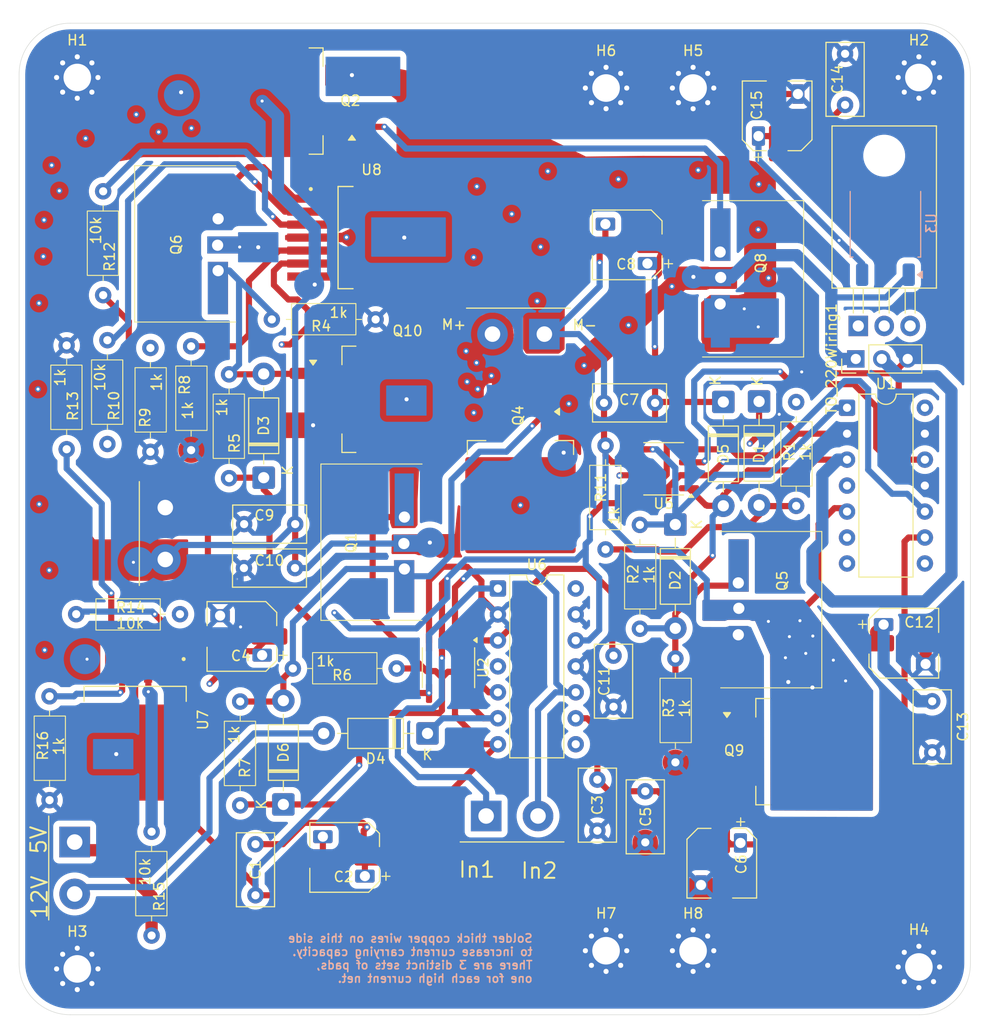
<source format=kicad_pcb>
(kicad_pcb (version 20241229) (generator "pcbnew") (generator_version "9.0")
  (layers (0 "F.Cu" signal) (4 "In1.Cu" signal) (6 "In2.Cu" signal) (2 "B.Cu" signal) (13 "F.Paste" user) (15 "B.Paste" user) (5 "F.SilkS" user "F.Silkscreen") (7 "B.SilkS" user "B.Silkscreen") (1 "F.Mask" user) (3 "B.Mask" user) (25 "Edge.Cuts" user))
  (net 0 "")
  (net 1 "Net-(D5-K)")
  (net 2 "Net-(J2-Pin_1)")
  (net 3 "Net-(D1-K)")
  (net 5 "Net-(D1-A)")
  (net 7 "Net-(D2-K)")
  (net 9 "Net-(D2-A)")
  (net 13 "Net-(D3-A)")
  (net 14 "Net-(D3-K)")
  (net 15 "Net-(J2-Pin_2)")
  (net 16 "Net-(D4-K)")
  (net 17 "Net-(D6-A)")
  (net 18 "Net-(D6-K)")
  (net 19 "5V")
  (net 20 "12V")
  (net 21 "Net-(J3-Pin_2)")
  (net 22 "Net-(J3-Pin_1)")
  (net 23 "Net-(U8-SR)")
  (net 24 "Net-(U8-IS)")
  (net 25 "Net-(U8-IN)")
  (net 26 "Net-(U8-INH)")
  (net 27 "Net-(U7-IS)")
  (net 28 "Net-(U7-IN)")
  (net 29 "Net-(U7-INH)")
  (net 30 "Net-(U7-SR)")
  (net 31 "GND")
  (net 32 "VDC")
  (footprint "MountingHole:MountingHole_2.7mm_M2.5_Pad_Via" (layer "F.Cu") (at 80.95 29.52)
    (property "Reference" "H6")
    (property "Value" "MountingHole_Pad")
  )
  (footprint "TO220:TerminalBlock_CLEAN_2PIN" (layer "F.Cu") (at 69.21 100.755)
    (property "Reference" "J3" (hide yes))
    (property "Value" "Screw_Terminal_01x02")
  )
  (footprint "Package_TO_SOT_THT:TO-220-3_Horizontal_TabDown" (layer "F.Cu") (at 105.64 52.8)
    (property "Reference" "AMS11173V3" (hide yes))
    (property "Value" "LM317T")
  )
  (footprint "TO220:R_Axial_Clean" (layer "F.Cu") (at 80.9 64.51 -90)
    (property "Reference" "R11" (hide yes))
    (property "Value" "1k" (hide yes))
  )
  (footprint "TO220:R_Axial_Clean" (layer "F.Cu") (at 45.1354 89.555 -90)
    (property "Reference" "R7" (hide yes))
    (property "Value" "1k" (hide yes))
  )
  (footprint "Capacitor_THT:C_Rect_L7.0mm_W3.5mm_P5.00mm" (layer "F.Cu") (at 85.75 60.33 180)
    (property "Reference" "C7")
    (property "Value" "100n")
  )
  (footprint "Capacitor_THT:C_Rect_L7.0mm_W3.5mm_P5.00mm" (layer "F.Cu") (at 104.35 31.17 90)
    (property "Reference" "C14")
    (property "Value" "100n")
  )
  (footprint "TO220:R_Axial_Clean" (layer "F.Cu") (at 84.2646 82.43 90)
    (property "Reference" "R2" (hide yes))
    (property "Value" "1k" (hide yes))
  )
  (footprint "termocuplu:IC_BTN7960B" (layer "F.Cu") (at 57.82 44.155)
    (property "Reference" "U8")
    (property "Value" "BTN7960B")
  )
  (footprint "Package_SO:SOIC-8_3.9x4.9mm_P1.27mm" (layer "F.Cu") (at 65.525 86.245 -90)
    (property "Reference" "U2")
    (property "Value" "LM5109MA")
  )
  (footprint "TO220:R_Axial_Clean" (layer "F.Cu") (at 29.08 81.005)
    (property "Reference" "R14" (hide yes))
    (property "Value" "10k" (hide yes))
  )
  (footprint "termocuplu:CP_Elec_6.3x3.9_COMPOSITE" (layer "F.Cu") (at 110.1 83.85)
    (property "Reference" "C12")
    (property "Value" "10u")
  )
  (footprint "TO220:TerminalBlock_CLEAN_2PIN" (layer "F.Cu") (at 74.91 53.6 180)
    (property "Reference" "J2" (hide yes))
    (property "Value" "Screw_Terminal_01x02")
  )
  (footprint "TO220:R_Axial_Clean" (layer "F.Cu") (at 40.33 64.955 90)
    (property "Reference" "R8" (hide yes))
    (property "Value" "1k" (hide yes))
  )
  (footprint "MountingHole:MountingHole_2.7mm_M2.5_Pad_Via" (layer "F.Cu") (at 29.185 28.49)
    (property "Reference" "H1")
    (property "Value" "MountingHole_Pad")
  )
  (footprint "MountingHole:MountingHole_2.7mm_M2.5_Pad_Via" (layer "F.Cu") (at 80.95 113.94)
    (property "Reference" "H7")
    (property "Value" "MountingHole_Pad")
  )
  (footprint "termocuplu:IC_BTN7960B" (layer "F.Cu") (at 34.85 91.175 -90)
    (property "Reference" "U7")
    (property "Value" "BTN7960B")
  )
  (footprint "termocuplu:CP_Elec_6.3x3.9_COMPOSITE" (layer "F.Cu") (at 97.7 32.24 90)
    (property "Reference" "C15")
    (property "Value" "10u")
  )
  (footprint "TO220:TerminalBlock_CLEAN_2PIN" (layer "F.Cu") (at 28.93 103.305 -90)
    (property "Reference" "J5" (hide yes))
    (property "Value" "Screw_Terminal_01x02")
  )
  (footprint "Diode_THT:D_DO-41_SOD81_P10.16mm_Horizontal" (layer "F.Cu") (at 95.93 60.19 -90)
    (property "Reference" "D1")
    (property "Value" "1N4002" (hide yes))
  )
  (footprint "Package_TO_SOT_SMD:TO-263-2" (layer "F.Cu") (at 59.92 59.98)
    (property "Reference" "Q10")
    (property "Value" "QM6006D")
  )
  (footprint "MountingHole:MountingHole_2.7mm_M2.5_Pad_Via" (layer "F.Cu") (at 89.47 113.94)
    (property "Reference" "H8")
    (property "Value" "MountingHole_Pad")
  )
  (footprint "Capacitor_THT:C_Rect_L7.0mm_W3.5mm_P5.00mm" (layer "F.Cu") (at 50.5 76.495 180)
    (property "Reference" "C10")
    (property "Value" "100n")
  )
  (footprint "MountingHole:MountingHole_2.7mm_M2.5_Pad_Via" (layer "F.Cu") (at 29.185 115.718109)
    (property "Reference" "H3")
    (property "Value" "MountingHole_Pad")
  )
  (footprint "TO220:R_Axial_Clean" (layer "F.Cu") (at 31.72 39.625 -90)
    (property "Reference" "R12" (hide yes))
    (property "Value" "10k" (hide yes))
  )
  (footprint "TO220:R_Axial_Clean" (layer "F.Cu") (at 36.46 102.295 -90)
    (property "Reference" "R15" (hide yes))
    (property "Value" "10k" (hide yes))
  )
  (footprint "Capacitor_THT:C_Rect_L7.0mm_W3.5mm_P5.00mm" (layer "F.Cu") (at 81.68 85.065 -90)
    (property "Reference" "C11")
    (property "Value" "100n")
  )
  (footprint "Package_SO:SOIC-8_3.9x4.9mm_P1.27mm" (layer "F.Cu") (at 86.59 66.78 180)
    (property "Reference" "U5")
    (property "Value" "LM5109MA")
  )
  (footprint "Capacitor_THT:C_Rect_L7.0mm_W3.5mm_P5.00mm" (layer "F.Cu") (at 80.1 97.195 -90)
    (property "Reference" "C3")
    (property "Value" "100n")
  )
  (footprint "TO220:R_Axial_Clean" (layer "F.Cu") (at 99.5646 70.41 90)
    (property "Reference" "R1" (hide yes))
    (property "Value" "1k" (hide yes))
  )
  (footprint "Diode_THT:D_DO-41_SOD81_P10.16mm_Horizontal" (layer "F.Cu") (at 63.47 92.675 180)
    (property "Reference" "D4")
    (property "Value" "1N4002")
  )
  (footprint "Capacitor_THT:C_Rect_L7.0mm_W3.5mm_P5.00mm" (layer "F.Cu") (at 84.79 98.335 -90)
    (property "Reference" "C5")
    (property "Value" "100n")
  )
  (footprint "termocuplu:CP_Elec_6.3x3.9_COMPOSITE" (layer "F.Cu") (at 55.36 104.81 180)
    (property "Reference" "C2")
    (property "Value" "10u")
  )
  (footprint "TO220:TO-220-3_EXTENDED2" (layer "F.Cu") (at 92.1168 45.5688 -90)
    (property "Reference" "Q8")
    (property "Value" "IRLIZ44N" (hide yes))
  )
  (footprint "Package_TO_SOT_SMD:TO-263-2" (layer "F.Cu") (at 48.42 30.795 180)
    (property "Reference" "Q2")
    (property "Value" "QM6006D")
  )
  (footprint "Diode_THT:D_DO-41_SOD81_P10.16mm_Horizontal" (layer "F.Cu") (at 47.435 67.65 90)
    (property "Reference" "D3")
    (property "Value" "1N4002" (hide yes))
  )
  (footprint "TO220:R_Axial_Clean" (layer "F.Cu") (at 32.1354 54.195 -90)
    (property "Reference" "R10" (hide yes))
    (property "Value" "10k" (hide yes))
  )
  (footprint "Capacitor_THT:C_Rect_L7.0mm_W3.5mm_P5.00mm" (layer "F.Cu") (at 112.88 89.53 -90)
    (property "Reference" "C13")
    (property "Value" "100n")
  )
  (footprint "TO220:R_Axial_Clean" (layer "F.Cu") (at 36.3446 65.115 90)
    (property "Reference" "R9" (hide yes))
    (property "Value" "1k" (hide yes))
  )
  (footprint "TO220:TO-220-3_EXTENDED2" (layer "F.Cu") (at 42.9732 47.3912 90)
    (property "Reference" "Q6")
    (property "Value" "IRLIZ44N" (hide yes))
  )
  (footprint "termocuplu:CP_Elec_6.3x3.9_COMPOSITE" (layer "F.Cu") (at 92.28 105.375 -90)
    (property "Reference" "C6")
    (property "Value" "10u")
  )
  (footprint "Capacitor_THT:C_Rect_L7.0mm_W3.5mm_P5.00mm" (layer "F.Cu") (at 50.52 72.195 180)
    (property "Reference" "C9")
    (property "Value" "100n")
  )
  (footprint "TO220:R_Axial_Clean" (layer "F.Cu") (at 58.39 52.165 180)
    (property "Reference" "R4" (hide yes))
    (property "Value" "1k" (hide yes))
  )
  (footprint "MountingHole:MountingHole_2.7mm_M2.5_Pad_Via" (layer "F.Cu") (at 111.575 115.53)
    (property "Reference" "H4")
    (property "Value" "MountingHole_Pad")
  )
  (footprint "Connector_PinHeader_2.54mm:PinHeader_1x03_P2.54mm_Vertical" (layer "F.Cu") (at 105.4 56.03 90)
    (property "Reference" "TO_220Wiring1")
    (property "Value" "Conn_01x03_Socket")
  )
  (footprint "Package_DIP:DIP-14_W7.62mm" (layer "F.Cu") (at 70.36 78.495)
    (property "Reference" "U6")
    (property "Value" "IR2110")
  )
  (footprint "MountingHole:MountingHole_2.7mm_M2.5_Pad_Via" (layer "F.Cu") (at 89.47 29.52)
    (property "Reference" "H5")
    (property "Value" "MountingHole_Pad")
  )
  (footprint "Package_TO_SOT_SMD:TO-263-2" (layer "F.Cu") (at 100.435 94.46)
    (property "Reference" "Q9")
    (property "Value" "QM6006D")
  )
  (footprint "TO220:TO-220-3_EXTENDED2" (layer "F.Cu") (at 93.8968 77.9438 -90)
    (property "Reference" "Q5")
    (property "Value" "IRLIZ44N" (hide yes))
  )
  (footprint "Diode_THT:D_DO-41_SOD81_P10.16mm_Horizontal" (layer "F.Cu") (at 92.43 60.24 -90)
    (property "Reference" "D5")
    (property "Value" "1N4002")
  )
  (footprint "TO220:R_Axial_Clean" (layer "F.Cu") (at 87.74 95.505 90)
    (property "Reference" "R3" (hide yes))
    (property "Value" "1k" (hide yes))
  )
  (footprint "TO220:R_Axial_Clean" (layer "F.Cu") (at 60.45 86.3204 180)
    (property "Reference" "R6" (hide yes))
    (property "Value" "1k" (hide yes))
  )
  (footprint "TO220:TO-220-3_EXTENDED2" (layer "F.Cu") (at 61.21 76.585 90)
    (property "Reference" "Q1")
    (property "Value" "IRLIZ44N" (hide yes))
  )
  (footprint "MountingHole:MountingHole_2.7mm_M2.5_Pad_Via" (layer "F.Cu") (at 111.575 28.49)
    (property "Reference" "H2")
    (property "Value" "MountingHole_Pad")
  )
  (footprint "termocuplu:CP_Elec_6.3x3.9_COMPOSITE" (layer "F.Cu") (at 45.3 83.185 180)
    (property "Reference" "C4")
    (property "Value" "10u")
  )
  (footprint "TO220:TerminalBlock_CLEAN_2PIN" (layer "F.Cu") (at 37.8 70.575 -90)
    (property "Reference" "J1" (hide yes))
    (property "Value" "Screw_Terminal_01x02")
  )
  (footprint "Diode_THT:D_DO-41_SOD81_P10.16mm_Horizontal" (layer "F.Cu") (at 49.36 99.625 90)
    (property "Reference" "D6")
    (property "Value" "1N4002")
  )
  (footprint "TO220:R_Axial_Clean" (layer "F.Cu") (at 26.47 99.205 90)
    (property "Reference" "R16" (hide yes))
    (property "Value" "1k" (hide yes))
  )
  (footprint "TO220:R_Axial_Clean" (layer "F.Cu") (at 44.0454 57.535 -90)
    (property "Reference" "R5" (hide yes))
    (property "Value" "1k" (hide yes))
  )
  (footprint "Capacitor_THT:C_Rect_L7.0mm_W3.5mm_P5.00mm" (layer "F.Cu") (at 46.63 103.515 -90)
    (property "Reference" "C1")
    (property "Value" "100n")
  )
  (footprint "Package_TO_SOT_SMD:TO-263-2" (layer "F.Cu") (at 72.57 68.84 -90)
    (property "Reference" "Q4")
    (property "Value" "QM6006D")
  )
  (footprint "Diode_THT:D_DO-41_SOD81_P10.16mm_Horizontal" (layer "F.Cu") (at 87.73 72.23 -90)
    (property "Reference" "D2")
    (property "Value" "1N4002" (hide yes))
  )
  (footprint "Package_DIP:DIP-14_W7.62mm" (layer "F.Cu") (at 104.54 60.805)
    (property "Reference" "U1")
    (property "Value" "IR2110")
  )
  (footprint "TO220:R_Axial_Clean" (layer "F.Cu") (at 28.1454 54.705 -90)
    (property "Reference" "R13" (hide yes))
    (property "Value" "1k" (hide yes))
  )
  (footprint "termocuplu:CP_Elec_6.3x3.9_COMPOSITE" (layer "F.Cu") (at 83.02 44.865 180)
    (property "Reference" "C8")
    (property "Value" "10u")
  )
  (footprint "Package_TO_SOT_SMD:TO-252-2" (layer "B.Cu") (at 108.3 42.75 90)
    (property "Reference" "U3")
    (property "Value" "LM78M12_TO252")
  )
  (gr_rect (start 53.57 26.53) (end 60.73 30.23) (stroke (width 0.1524)) (fill yes) (layer "B.Cu") (net 2))
  (gr_circle (center 51.89 48.76) (end 52.59 49.96) (stroke (width 0.1524)) (fill yes) (layer "B.Cu") (net 32))
  (gr_rect (start 97.57 86.33) (end 104.73 90.03) (stroke (width 0.1524)) (fill yes) (layer "B.Cu") (net 2))
  (gr_poly (pts (xy 45 43.7) (xy 45 46.5) (xy 48.8 46.5) (xy 48.8 43.7)) (stroke (width 0.1524)) (fill yes) (layer "B.Cu") (net 15))
  (gr_circle (center 39.13 30.22) (end 39.83 31.42) (stroke (width 0.1524)) (fill yes) (layer "B.Cu") (net 32))
  (gr_rect (start 58.03 42.25) (end 65.19 45.95) (stroke (width 0.1524)) (fill yes) (layer "B.Cu") (net 2))
  (gr_poly (pts (xy 30.8 93.3) (xy 30.8 96.1) (xy 34.6 96.1) (xy 34.6 93.3)) (stroke (width 0.1524)) (fill yes) (layer "B.Cu") (net 15))
  (gr_circle (center 89.5 48) (end 89.97 48.95) (stroke (width 0.1524)) (fill yes) (layer "B.Cu") (net 32))
  (gr_circle (center 35.2 75.9) (end 35.9 77.1) (stroke (width 0.1524)) (fill yes) (layer "B.Cu") (net 32))
  (gr_circle (center 76.7 65.5) (end 77.4 66.7) (stroke (width 0.1524)) (fill yes) (layer "B.Cu") (net 32))
  (gr_poly (pts (xy 59.5 58.7) (xy 59.5 61.5) (xy 63.3 61.5) (xy 63.3 58.7)) (stroke (width 0.1524)) (fill yes) (layer "B.Cu") (net 15))
  (gr_circle (center 29.93 85.41) (end 30.63 86.61) (stroke (width 0.1524)) (fill yes) (layer "B.Cu") (net 32))
  (gr_circle (center 63.7 74) (end 64.4 75.2) (stroke (width 0.1524)) (fill yes) (layer "B.Cu") (net 32))
  (gr_rect (start 90.63 50.18) (end 97.79 53.88) (stroke (width 0.1524)) (fill yes) (layers "B.Cu" "B.Mask") (net 2))
  (gr_line (start 111.62 120.205) (end 28.49 120.205) (stroke (width 0.05)) (layer "Edge.Cuts"))
  (gr_line (start 28.49 23.175) (end 111.62 23.175) (stroke (width 0.05)) (layer "Edge.Cuts"))
  (gr_arc (start 28.49 120.205) (mid 24.954466 118.740534) (end 23.49 115.205) (stroke (width 0.05)) (layer "Edge.Cuts"))
  (gr_arc (start 23.49 28.175) (mid 24.954466 24.639466) (end 28.49 23.175) (stroke (width 0.05)) (layer "Edge.Cuts"))
  (gr_arc (start 111.62 23.175) (mid 115.155534 24.639466) (end 116.62 28.175) (stroke (width 0.05)) (layer "Edge.Cuts"))
  (gr_line (start 116.62 28.175) (end 116.62 115.205) (stroke (width 0.05)) (layer "Edge.Cuts"))
  (gr_line (start 23.49 115.205) (end 23.49 28.175) (stroke (width 0.05)) (layer "Edge.Cuts"))
  (gr_arc (start 116.62 115.205) (mid 115.155534 118.740534) (end 111.62 120.205) (stroke (width 0.05)) (layer "Edge.Cuts"))
  (gr_text "12V" (at 26.39 110.925 90) (layer "F.SilkS") (effects (font (size 1.524 1.524) (thickness 0.1905)) (justify left bottom)))
  (gr_text "In2" (at 72.5 107 0) (layer "F.SilkS") (effects (font (size 1.524 1.524) (thickness 0.1905)) (justify left bottom)))
  (gr_text "In1" (at 66.4 106.9 0) (layer "F.SilkS") (effects (font (size 1.524 1.524) (thickness 0.1905)) (justify left bottom)))
  (gr_text "5V" (at 26.3 104.6 90) (layer "F.SilkS") (effects (font (size 1.524 1.524) (thickness 0.1905)) (justify left bottom)))
  (gr_text "M+" (at 64.76 53.255 0) (layer "F.SilkS") (effects (font (size 1 1)) (justify left bottom)))
  (gr_text "M-" (at 77.57 53.295 0) (layer "F.SilkS") (effects (font (size 1 1)) (justify left bottom)))
  (gr_text "Solder thick copper wires on this side\nto increase current carrying capacity.\nThere are 3 distinct sets of pads,\none for each high current net." (at 73.84 117.13 0) (layer "B.SilkS") (effects (font (size 0.8128 0.8128) (thickness 0.1524) (bold yes)) (justify left bottom mirror)))
  (segment (start 86.1 60.24) (end 92.43 60.24) (width 0.6) (layer "F.Cu") (net 1))
  (segment (start 84.115 68.685) (end 85.545 68.685) (width 0.6) (layer "F.Cu") (net 1))
  (segment (start 86.89 63.51) (end 85.75 62.37) (width 0.6) (layer "F.Cu") (net 1))
  (segment (start 85.72 48.083537) (end 86.12 47.683537) (width 0.6) (layer "F.Cu") (net 1))
  (segment (start 86.89 67.34) (end 86.89 63.51) (width 0.6) (layer "F.Cu") (net 1))
  (segment (start 85.75 54.845) (end 85.72 54.815) (width 0.6) (layer "F.Cu") (net 1))
  (segment (start 85.545 68.685) (end 86.89 67.34) (width 0.6) (layer "F.Cu") (net 1))
  (segment (start 86.12 47.683537) (end 86.12 46.310376) (width 0.6) (layer "F.Cu") (net 1))
  (segment (start 86.12 46.310376) (end 86.558554 45.194589) (width 0.6) (layer "F.Cu") (net 1))
  (segment (start 85.75 62.37) (end 85.75 60.33) (width 0.6) (layer "F.Cu") (net 1))
  (segment (start 85.75 60.33) (end 85.75 54.845) (width 0.6) (layer "F.Cu") (net 1))
  (via (at 85.72 48.083537) (size 0.6) (drill 0.3) (layers "F.Cu" "B.Cu") (net 1))
  (via (at 85.72 54.815) (size 0.6) (drill 0.3) (layers "F.Cu" "B.Cu") (net 1))
  (segment (start 85.72 54.815) (end 85.72 48.083537) (width 0.6) (layer "B.Cu") (net 1))
  (segment (start 101.76 79.005) (end 101.76 72.185) (width 0.6) (layer "F.Cu") (net 2))
  (segment (start 80.8864 42.833) (end 80.8864 44.2986) (width 0.6) (layer "F.Cu") (net 2))
  (segment (start 93.9476 80.433) (end 100.332 80.433) (width 0.6) (layer "F.Cu") (net 2))
  (segment (start 100.332 80.433) (end 101.76 79.005) (width 0.6) (layer "F.Cu") (net 2))
  (segment (start 80.9 65.48) (end 81.565 66.145) (width 0.6) (layer "F.Cu") (net 2))
  (segment (start 81.565 66.145) (end 84.115 66.145) (width 0.6) (layer "F.Cu") (net 2))
  (segment (start 103.31 70.635) (end 104.21 70.635) (width 0.6) (layer "F.Cu") (net 2))
  (segment (start 80.9 64.51) (end 80.9 65.48) (width 0.6) (layer "F.Cu") (net 2))
  (segment (start 80.32 46.605) (end 80.32 45.305) (width 0.6) (layer "F.Cu") (net 2))
  (segment (start 80.8864 44.2986) (end 80.32 44.865) (width 0.6) (layer "F.Cu") (net 2))
  (segment (start 80.75 60.33) (end 80.75 64.36) (width 0.6) (layer "F.Cu") (net 2))
  (segment (start 101.76 72.185) (end 103.31 70.635) (width 0.6) (layer "F.Cu") (net 2))
  (via (at 74.54 45.065) (size 0.6) (drill 0.3) (layers "F.Cu" "B.Cu") (net 2))
  (via (at 100.5 84.845) (size 0.6) (drill 0.3) (layers "F.Cu" "B.Cu") (net 2))
  (via (at 89.97 37.555) (size 0.6) (drill 0.3) (layers "F.Cu" "B.Cu") (net 2))
  (via (at 94.48 51.125) (size 0.6) (drill 0.3) (layers "F.Cu" "B.Cu") (net 2))
  (via (at 68.3 39.155) (size 0.6) (drill 0.3) (layers "F.Cu" "B.Cu") (net 2))
  (via (at 96.84 81.715) (size 0.6) (drill 0.3) (layers "F.Cu" "B.Cu") (net 2))
  (via (at 101.15 88.18) (size 0.9) (drill 0.4) (layers "F.Cu" "B.Cu") (net 2))
  (via (at 99.93 81.645) (size 0.6) (drill 0.3) (layers "F.Cu" "B.Cu") (net 2))
  (via (at 95.9 38.935) (size 0.6) (drill 0.3) (layers "F.Cu" "B.Cu") (net 2))
  (via (at 104.4 87.535) (size 0.6) (drill 0.3) (layers "F.Cu" "B.Cu") (net 2))
  (via (at 56.07 28.255) (size 0.9) (drill 0.4) (layers "F.Cu" "B.Cu") (net 2))
  (via (at 80.32 46.605) (size 0.6) (drill 0.3) (layers "F.Cu" "B.Cu") (net 2))
  (via (at 55.54 44.125) (size 0.6) (drill 0.3) (layers "F.Cu" "B.Cu") (net 2))
  (via (at 101.19 83.145) (size 0.6) (drill 0.3) (layers "F.Cu" "B.Cu") (net 2))
  (via (at 61.195 44.155) (size 0.9) (drill 0.4) (layers "F.Cu" "B.Cu") (net 2))
  (via (at 103.2 85.505) (size 0.6) (drill 0.3) (layers "F.Cu" "B.Cu") (net 2))
  (via (at 82.16 38.445) (size 0.6) (drill 0.3) (layers "F.Cu" "B.Cu") (net 2))
  (via (at 95.85 43.375) (size 0.6) (drill 0.3) (layers "F.Cu" "B.Cu") (net 2))
  (via (at 67.99 46.085) (size 0.6) (drill 0.3) (layers "F.Cu" "B.Cu") (net 2))
  (via (at 98.9 83.205) (size 0.6) (drill 0.3) (layers "F.Cu" "B.Cu") (net 2))
  (via (at 95.85 52.895) (size 0.6) (drill 0.3) (layers "F.Cu" "B.Cu") (net 2))
  (via (at 75.25 37.665) (size 0.6) (drill 0.3) (layers "F.Cu" "B.Cu") (net 2))
  (via (at 96.86 48.11) (size 0.6) (drill 0.3) (layers "F.Cu" "B.Cu") (net 2))
  (via (at 98.79 87.645) (size 0.9) (drill 0.4) (layers "F.Cu" "B.Cu") (net 2))
  (via (at 74.21 50.375) (size 0.6) (drill 0.3) (layers "F.Cu" "B.Cu") (net 2))
  (via (at 71.72 41.845) (size 0.6) (drill 0.3) (layers "F.Cu" "B.Cu") (net 2))
  (via (at 98.51 85.27) (size 0.6) (drill 0.3) (layers "F.Cu" "B.Cu") (net 2))
  (segment (start 90.81 77.665) (end 87.87 74.725) (width 0.6) (layer "B.Cu") (net 2))
  (segment (start 90.81 79.735) (end 90.81 77.665) (width 0.6) (layer "B.Cu") (net 2))
  (segment (start 80.32 48.925) (end 75.645 53.6) (width 0.6) (layer "B.Cu") (net 2))
  (segment (start 91.508 80.433) (end 90.81 79.735) (width 0.6) (layer "B.Cu") (net 2))
  (segment (start 78.265 53.6) (end 74.91 53.6) (width 0.6) (layer "B.Cu") (net 2))
  (segment (start 80.32 46.605) (end 80.32 48.925) (width 0.6) (layer "B.Cu") (net 2))
  (segment (start 87.87 74.725) (end 83.78 74.725) (width 0.6) (layer "B.Cu") (net 2))
  (segment (start 83.78 74.725) (end 80.9 71.845) (width 0.6) (layer "B.Cu") (net 2))
  (segment (start 80.75 60.33) (end 80.75 56.085) (width 0.6) (layer "B.Cu") (net 2))
  (segment (start 80.75 56.085) (end 78.265 53.6) (width 0.6) (layer "B.Cu") (net 2))
  (segment (start 80.9 71.845) (end 80.9 64.51) (width 0.6) (layer "B.Cu") (net 2))
  (segment (start 96.02 63.315) (end 96.02 63.015) (width 0.6) (layer "F.Cu") (net 3))
  (segment (start 82.29 67.415) (end 82.26 67.445) (width 0.6) (layer "F.Cu") (net 3))
  (segment (start 96.02 63.015) (end 95.93 62.925) (width 0.6) (layer "F.Cu") (net 3))
  (segment (start 95.93 62.925) (end 95.93 60.19) (width 0.6) (layer "F.Cu") (net 3))
  (segment (start 95.02 64.315) (end 96.02 63.315) (width 0.6) (layer "F.Cu") (net 3))
  (segment (start 84.115 67.415) (end 82.29 67.415) (width 0.6) (layer "F.Cu") (net 3))
  (via (at 95.02 64.315) (size 0.6) (drill 0.3) (layers "F.Cu" "B.Cu") (net 3))
  (via (at 82.26 67.445) (size 0.6) (drill 0.3) (layers "F.Cu" "B.Cu") (net 3))
  (segment (start 59.25 33.315) (end 56.09 33.315) (width 0.6) (layer "F.Cu") (net 5))
  (segment (start 96.04 70.43) (end 99.5446 70.43) (width 0.6) (layer "F.Cu") (net 5))
  (segment (start 90.975 72.49) (end 94.75 72.49) (width 0.6) (layer "F.Cu") (net 5))
  (segment (start 86.22 74.885) (end 88.58 74.885) (width 0.6) (layer "F.Cu") (net 5))
  (segment (start 88.58 74.885) (end 90.975 72.49) (width 0.6) (layer "F.Cu") (net 5))
  (segment (start 95.93 71.31) (end 95.93 70.35) (width 0.6) (layer "F.Cu") (net 5))
  (segment (start 86.005 74.67) (end 86.22 74.885) (width 0.6) (layer "F.Cu") (net 5))
  (segment (start 80.9 74.67) (end 86.005 74.67) (width 0.6) (layer "F.Cu") (net 5))
  (segment (start 94.75 72.49) (end 95.93 71.31) (width 0.6) (layer "F.Cu") (net 5))
  (via (at 59.25 33.315) (size 0.6) (drill 0.3) (layers "F.Cu" "B.Cu") (net 5))
  (segment (start 90.64 35.44) (end 61.375 35.44) (width 0.6) (layer "B.Cu") (net 5))
  (segment (start 92.1168 36.9168) (end 90.64 35.44) (width 0.6) (layer "B.Cu") (net 5))
  (segment (start 92.1168 45.5688) (end 92.1168 36.9168) (width 0.6) (layer "B.Cu") (net 5))
  (segment (start 61.375 35.44) (end 59.25 33.315) (width 0.6) (layer "B.Cu") (net 5))
  (segment (start 84.115 64.875) (end 85.52 64.875) (width 0.6) (layer "F.Cu") (net 7))
  (via (at 85.52 64.875) (size 0.6) (drill 0.3) (layers "F.Cu" "B.Cu") (net 7))
  (segment (start 87.73 66.695) (end 87.73 72.23) (width 0.6) (layer "B.Cu") (net 7))
  (segment (start 87.73 72.23) (end 84.3046 72.23) (width 0.6) (layer "B.Cu") (net 7))
  (segment (start 91.67 67.365) (end 87.73 71.305) (width 0.6) (layer "B.Cu") (net 7))
  (segment (start 85.52 64.875) (end 85.91 64.875) (width 0.6) (layer "B.Cu") (net 7))
  (segment (start 96.92 67.365) (end 91.67 67.365) (width 0.6) (layer "B.Cu") (net 7))
  (segment (start 104.54 60.805) (end 103.48 60.805) (width 0.6) (layer "B.Cu") (net 7))
  (segment (start 103.48 60.805) (end 96.92 67.365) (width 0.6) (layer "B.Cu") (net 7))
  (segment (start 87.73 71.305) (end 87.73 72.23) (width 0.6) (layer "B.Cu") (net 7))
  (segment (start 85.91 64.875) (end 87.73 66.695) (width 0.6) (layer "B.Cu") (net 7))
  (segment (start 87.73 82.39) (end 87.73 85.335) (width 0.6) (layer "F.Cu") (net 9))
  (segment (start 90.48 78.215) (end 93.6256 78.215) (width 0.6) (layer "F.Cu") (net 9))
  (segment (start 87.73 82.39) (end 87.73 80.965) (width 0.6) (layer "F.Cu") (net 9))
  (segment (start 87.73 80.965) (end 90.48 78.215) (width 0.6) (layer "F.Cu") (net 9))
  (segment (start 87.74 85.345) (end 87.74 86.875) (width 0.6) (layer "F.Cu") (net 9))
  (segment (start 87.74 86.875) (end 92.785 91.92) (width 0.6) (layer "F.Cu") (net 9))
  (segment (start 87.73 82.39) (end 84.3046 82.39) (width 0.6) (layer "B.Cu") (net 9))
  (segment (start 47.435 57.49) (end 52.22 57.49) (width 0.6) (layer "F.Cu") (net 13))
  (segment (start 44.0454 57.535) (end 47.39 57.535) (width 0.6) (layer "F.Cu") (net 13))
  (segment (start 45.02 56.5604) (end 44.0454 57.535) (width 0.6) (layer "B.Cu") (net 13))
  (segment (start 48.23 52.165) (end 48.23 51.525) (width 0.6) (layer "B.Cu") (net 13))
  (segment (start 45.02 48.348) (end 45.02 56.5604) (width 0.6) (layer "B.Cu") (net 13))
  (segment (start 48.23 51.525) (end 44.0962 47.3912) (width 0.6) (layer "B.Cu") (net 13))
  (segment (start 44.0962 47.3912) (end 42.9732 47.3912) (width 0.6) (layer "B.Cu") (net 13))
  (segment (start 44.0332 47.3612) (end 45.02 48.348) (width 0.6) (layer "B.Cu") (net 13))
  (segment (start 59.135 88.72) (end 48 77.585) (width 0.6) (layer "F.Cu") (net 14))
  (segment (start 48 69.375) (end 47.435 68.81) (width 0.6) (layer "F.Cu") (net 14))
  (segment (start 47.435 68.81) (end 47.435 67.65) (width 0.6) (layer "F.Cu") (net 14))
  (segment (start 63.62 88.72) (end 59.135 88.72) (width 0.6) (layer "F.Cu") (net 14))
  (segment (start 48 77.585) (end 48 69.375) (width 0.6) (layer "F.Cu") (net 14))
  (segment (start 47.435 67.65) (end 44.0904 67.65) (width 0.6) (layer "F.Cu") (net 14))
  (via (at 63.62 88.72) (size 0.6) (drill 0.3) (layers "F.Cu" "B.Cu") (net 14))
  (segment (start 68.13 78.495) (end 63.62 83.005) (width 0.6) (layer "B.Cu") (net 14))
  (segment (start 63.62 83.005) (end 63.62 88.72) (width 0.6) (layer "B.Cu") (net 14))
  (segment (start 70.36 78.495) (end 68.13 78.495) (width 0.6) (layer "B.Cu") (net 14))
  (segment (start 64.89 88.72) (end 64.89 87.215) (width 0.6) (layer "F.Cu") (net 15))
  (segment (start 64.61 90.695) (end 64.6 90.695) (width 0.6) (layer "F.Cu") (net 15))
  (segment (start 59.46 71.505) (end 61.21 71.505) (width 0.6) (layer "F.Cu") (net 15))
  (segment (start 67.46 86.645) (end 69.47 88.655) (width 0.6) (layer "F.Cu") (net 15))
  (segment (start 56.78 93.065) (end 56.78 95.805) (width 0.6) (layer "F.Cu") (net 15))
  (segment (start 52.66 107.25) (end 52.66 104.81) (width 0.6) (layer "F.Cu") (net 15))
  (segment (start 34.85 92.85) (end 33 94.7) (width 0.6) (layer "F.Cu") (net 15))
  (segment (start 53.2264 104.2436) (end 52.66 104.81) (width 0.6) (layer "F.Cu") (net 15))
  (segment (start 64.88 90.425) (end 64.61 90.695) (width 0.6) (layer "F.Cu") (net 15))
  (segment (start 63.38 86.575) (end 58.1 81.295) (width 0.6) (layer "F.Cu") (net 15))
  (segment (start 56.78 93.065) (end 59.17 90.675) (width 0.6) (layer "F.Cu") (net 15))
  (segment (start 46.63 108.515) (end 51.395 108.515) (width 0.6) (layer "F.Cu") (net 15))
  (segment (start 64.88 88.73) (end 64.88 90.425) (width 0.6) (layer "F.Cu") (net 15))
  (segment (start 69.47 88.655) (end 70.36 88.655) (width 0.6) (layer "F.Cu") (net 15))
  (segment (start 64.89 87.215) (end 65.46 86.645) (width 0.6) (layer "F.Cu") (net 15))
  (segment (start 64.89 87.215) (end 64.25 86.575) (width 0.6) (layer "F.Cu") (net 15))
  (segment (start 64.89 88.72) (end 64.88 88.73) (width 0.6) (layer "F.Cu") (net 15))
  (segment (start 64.25 86.575) (end 63.38 86.575) (width 0.6) (layer "F.Cu") (net 15))
  (segment (start 60.45 86.3204) (end 63.1254 86.3204) (width 0.6) (layer "F.Cu") (net 15))
  (segment (start 58.1 72.865) (end 59.46 71.505) (width 0.6) (layer "F.Cu") (net 15))
  (segment (start 51.395 108.515) (end 52.66 107.25) (width 0.6) (layer "F.Cu") (net 15))
  (segment (start 64.6 90.695) (end 64.58 90.675) (width 0.6) (layer "F.Cu") (net 15))
  (segment (start 53.2264 102.778) (end 53.2264 104.2436) (width 0.6) (layer "F.Cu") (net 15))
  (segment (start 63.1254 86.3204) (end 63.38 86.575) (width 0.6) (layer "F.Cu") (net 15))
  (segment (start 46.63 107.525) (end 34.85 95.745) (width 0.6) (layer "F.Cu") (net 15))
  (segment (start 46.63 108.515) (end 46.63 107.525) (width 0.6) (layer "F.Cu") (net 15))
  (segment (start 34.85 85.4) (end 34.85 92.85) (width 0.6) (layer "F.Cu") (net 15))
  (segment (start 64.58 90.675) (end 59.17 90.675) (width 0.6) (layer "F.Cu") (net 15))
  (segment (start 65.46 86.645) (end 67.46 86.645) (width 0.6) (layer "F.Cu") (net 15))
  (segment (start 58.1 81.295) (end 58.1 72.865) (width 0.6) (layer "F.Cu") (net 15))
  (via (at 69.73 57.675) (size 0.6) (drill 0.3) (layers "F.Cu" "B.Cu") (net 15))
  (via (at 68 61.295) (size 0.6) (drill 0.3) (layers "F.Cu" "B.Cu") (net 15))
  (via (at 68.27 56.405) (size 0.6) (drill 0.3) (layers "F.Cu" "B.Cu") (net 15))
  (via (at 46.9 45.1) (size 0.9) (drill 0.4) (layers "F.Cu" "B.Cu") (net 15))
  (via (at 61.42 59.98) (size 0.9) (drill 0.4) (layers "F.Cu" "B.Cu") (net 15))
  (via (at 67.25 55.265) (size 0.6) (drill 0.3) (layers "F.Cu" "B.Cu") (net 15))
  (via (at 67.35 58.265) (size 0.6) (drill 0.3) (layers "F.Cu" "B.Cu") (net 15))
  (via (at 33 94.7) (size 0.9) (drill 0.4) (layers "F.Cu" "B.Cu") (net 15))
  (via (at 45.0825 45.0775) (size 0.6) (drill 0.3) (layers "F.Cu" "B.Cu") (net 15))
  (via (at 68.39 58.985) (size 0.6) (drill 0.3) (layers "F.Cu" "B.Cu") (net 15))
  (via (at 56.78 95.805) (size 0.6) (drill 0.3) (layers "F.Cu" "B.Cu") (net 15))
  (segment (start 46.63 105.955) (end 46.63 108.515) (width 0.6) (layer "B.Cu") (net 15))
  (segment (start 56.78 95.805) (end 46.63 105.955) (width 0.6) (layer "B.Cu") (net 15))
  (segment (start 57.14 101.43) (end 57.5575 101.8475) (width 0.6) (layer "F.Cu") (net 16))
  (segment (start 57.221446 102.183554) (end 57.221446 104.480411) (width 0.6) (layer "F.Cu") (net 16))
  (segment (start 46.63 103.515) (end 49.315 103.515) (width 0.6) (layer "F.Cu") (net 16))
  (segment (start 49.315 103.515) (end 51.4 101.43) (width 0.6) (layer "F.Cu") (net 16))
  (segment (start 68.95 91.195) (end 67.84 90.085) (width 0.6) (layer "F.Cu") (net 16))
  (segment (start 57.5575 101.8475) (end 57.221446 102.183554) (width 0.6) (layer "F.Cu") (net 16))
  (segment (start 70.36 91.195) (end 68.95 91.195) (width 0.6) (layer "F.Cu") (net 16))
  (segment (start 57.3412 105.5288) (end 58.06 104.81) (width 0.6) (layer "F.Cu") (net 16))
  (segment (start 67.84 90.085) (end 67.84 89.13) (width 0.6) (layer "F.Cu") (net 16))
  (segment (start 51.4 101.43) (end 57.14 101.43) (width 0.6) (layer "F.Cu") (net 16))
  (segment (start 57.3412 106.6388) (end 57.3412 105.5288) (width 0.6) (layer "F.Cu") (net 16))
  (segment (start 67.84 89.13) (end 67.43 88.72) (width 0.6) (layer "F.Cu") (net 16))
  (via (at 57.5575 101.8475) (size 0.6) (drill 0.3) (layers "F.Cu" "B.Cu") (net 16))
  (segment (start 64.95 91.195) (end 63.47 92.675) (width 0.6) (layer "B.Cu") (net 16))
  (segment (start 70.36 91.195) (end 64.95 91.195) (width 0.6) (layer "B.Cu") (net 16))
  (segment (start 45.1354 89.555) (end 49.27 89.555) (width 0.6) (layer "F.Cu") (net 17))
  (segment (start 73.7125 62.5875) (end 75.11 61.19) (width 0.6) (layer "F.Cu") (net 17))
  (segment (start 49.36 87.2504) (end 50.29 86.3204) (width 0.6) (layer "F.Cu") (net 17))
  (segment (start 49.36 89.465) (end 49.36 87.2504) (width 0.6) (layer "F.Cu") (net 17))
  (via (at 73.7125 62.5875) (size 0.6) (drill 0.3) (layers "F.Cu" "B.Cu") (net 17))
  (segment (start 55.52 76.585) (end 50.29 81.815) (width 0.6) (layer "B.Cu") (net 17))
  (segment (start 73.7125 62.5875) (end 71.195 65.105) (width 0.6) (layer "B.Cu") (net 17))
  (segment (start 63.66 77.295) (end 61.92 77.295) (width 0.6) (layer "B.Cu") (net 17))
  (segment (start 61.21 76.585) (end 55.52 76.585) (width 0.6) (layer "B.Cu") (net 17))
  (segment (start 50.29 81.815) (end 50.29 86.3204) (width 0.6) (layer "B.Cu") (net 17))
  (segment (start 65.81 67.875) (end 65.81 75.145) (width 0.6) (layer "B.Cu") (net 17))
  (segment (start 68.58 65.105) (end 65.81 67.875) (width 0.6) (layer "B.Cu") (net 17))
  (segment (start 71.195 65.105) (end 68.58 65.105) (width 0.6) (layer "B.Cu") (net 17))
  (segment (start 65.81 75.145) (end 63.66 77.295) (width 0.6) (layer "B.Cu") (net 17))
  (segment (start 61.92 77.295) (end 61.21 76.585) (width 0.6) (layer "B.Cu") (net 17))
  (segment (start 64.47 99.625) (end 70.36 93.735) (width 0.6) (layer "F.Cu") (net 18))
  (segment (start 70.36 93.735) (end 68.95 93.735) (width 0.6) (layer "F.Cu") (net 18))
  (segment (start 49.36 99.625) (end 45.2254 99.625) (width 0.6) (layer "F.Cu") (net 18))
  (segment (start 49.36 99.625) (end 64.47 99.625) (width 0.6) (layer "F.Cu") (net 18))
  (segment (start 68.95 93.735) (end 66.16 90.945) (width 0.6) (layer "F.Cu") (net 18))
  (segment (start 66.16 90.945) (end 66.16 88.72) (width 0.6) (layer "F.Cu") (net 18))
  (segment (start 36.46 112.455) (end 36.46 108.605) (width 1.2) (layer "F.Cu") (net 19))
  (segment (start 34.2423 52.3773) (end 34.23 52.3896) (width 0.6) (layer "F.Cu") (net 19))
  (segment (start 36.46 108.605) (end 31.96 104.105) (width 1.2) (layer "F.Cu") (net 19))
  (segment (start 84.79 98.335) (end 81.24 98.335) (width 0.6) (layer "F.Cu") (net 19))
  (segment (start 38.36 66.055) (end 41.97 69.665) (width 0.6) (layer "F.Cu") (net 19))
  (segment (start 48 80.755) (end 48 83.185) (width 0.6) (layer "F.Cu") (net 19))
  (segment (start 93.14 103.535) (end 106.43 103.535) (width 0.6) (layer "F.Cu") (net 19))
  (segment (start 106.43 103.535) (end 110.17 99.795) (width 0.6) (layer "F.Cu") (net 19))
  (segment (start 110.17 73.895) (end 110.56 73.505) (width 0.6) (layer "F.Cu") (net 19))
  (segment (start 46.55 84.635) (end 45.32 84.635) (width 0.6) (layer "F.Cu") (net 19))
  (segment (start 79.09 91.195) (end 77.98 91.195) (width 0.6) (layer "F.Cu") (net 19))
  (segment (start 84.79 98.335) (end 86.03 98.335) (width 0.6) (layer "F.Cu") (net 19))
  (segment (start 92.28 102.675) (end 93.14 103.535) (width 0.6) (layer "F.Cu") (net 19))
  (segment (start 31.73 49.865) (end 34.2423 52.3773) (width 0.6) (layer "F.Cu") (net 19))
  (segment (start 80.1 97.195) (end 80.1 92.205) (width 0.6) (layer "F.Cu") (net 19))
  (segment (start 34.23 52.3896) (end 34.23 57.685) (width 0.6) (layer "F.Cu") (net 19))
  (segment (start 31.96 104.105) (end 29.73 104.105) (width 1.2) (layer "F.Cu") (net 19))
  (segment (start 110.56 73.505) (end 112.16 73.505) (width 0.6) (layer "F.Cu") (net 19))
  (segment (start 45.32 84.635) (end 42.14 87.815) (width 0.6) (layer "F.Cu") (net 19))
  (segment (start 90.37 102.675) (end 92.28 102.675) (width 0.6) (layer "F.Cu") (net 19))
  (segment (start 86.03 98.335) (end 90.37 102.675) (width 0.6) (layer "F.Cu") (net 19))
  (segment (start 46.33 79.085) (end 48 80.755) (width 0.6) (layer "F.Cu") (net 19))
  (segment (start 110.17 99.795) (end 110.17 73.895) (width 0.6) (layer "F.Cu") (net 19))
  (segment (start 81.24 98.335) (end 80.1 97.195) (width 0.6) (layer "F.Cu") (net 19))
  (segment (start 48 83.185) (end 46.55 84.635) (width 0.6) (layer "F.Cu") (net 19))
  (segment (start 79.09 91.195) (end 80.1 92.205) (width 0.6) (layer "F.Cu") (net 19))
  (segment (start 41.97 76.485) (end 44.57 79.085) (width 0.6) (layer "F.Cu") (net 19))
  (segment (start 34.23 57.685) (end 38.36 61.815) (width 0.6) (layer "F.Cu") (net 19))
  (segment (start 41.97 69.665) (end 41.97 76.485) (width 0.6) (layer "F.Cu") (net 19))
  (segment (start 38.36 61.815) (end 38.36 66.055) (width 0.6) (layer "F.Cu") (net 19))
  (segment (start 44.57 79.085) (end 46.33 79.085) (width 0.6) (layer "F.Cu") (net 19))
  (via (at 42.14 87.815) (size 0.6) (drill 0.3) (layers "F.Cu" "B.Cu") (net 19))
  (segment (start 90.82 70.35) (end 90.87 70.4) (width 0.6) (layer "F.Cu") (net 20))
  (segment (start 69.45 83.575) (end 67.625 83.575) (width 0.6) (layer "F.Cu") (net 20))
  (segment (start 100.55 34.94) (end 102.79 32.7) (width 0.6) (layer "F.Cu") (net 20))
  (segment (start 94.86 66.935) (end 100.47 66.935) (width 0.6) (layer "F.Cu") (net 20))
  (segment (start 97.7 34.94) (end 100.55 34.94) (width 0.6) (layer "F.Cu") (net 20))
  (segment (start 90.87 70.4) (end 92.43 70.4) (width 0.6) (layer "F.Cu") (net 20))
  (segment (start 102.82 32.7) (end 104.35 31.17) (width 0.6) (layer "F.Cu") (net 20))
  (segment (start 87.9 78.805) (end 81.42 78.805) (width 0.6) (layer "F.Cu") (net 20))
  (segment (start 91.38 75.255) (end 91.38 75.325) (width 0.6) (layer "F.Cu") (net 20))
  (segment (start 100.47 66.935) (end 101.52 65.885) (width 0.6) (layer "F.Cu") (net 20))
  (segment (start 101.52 65.885) (end 104.54 65.885) (width 0.6) (layer "F.Cu") (net 20))
  (segment (start 92.43 70.4) (end 92.43 69.365) (width 0.6) (layer "F.Cu") (net 20))
  (segment (start 81.37 78.755) (end 79.19 76.575) (width 0.6) (layer "F.Cu") (net 20))
  (segment (start 79.19 76.575) (end 75.37 76.575) (width 0.6) (layer "F.Cu") (net 20))
  (segment (start 81.56 78.945) (end 81.37 78.755) (width 0.6) (layer "F.Cu") (net 20))
  (segment (start 81.56 85.425) (end 81.56 78.945) (width 0.6) (layer "F.Cu") (net 20))
  (segment (start 67.625 83.575) (end 67.43 83.77) (width 0.6) (layer "F.Cu") (net 20))
  (segment (start 95.8712 34.2212) (end 96.9812 34.2212) (width 0.6) (layer "F.Cu") (net 20))
  (segment (start 90.73 70.35) (end 90.82 70.35) (width 0.6) (layer "F.Cu") (net 20))
  (segment (start 81.42 78.805) (end 81.37 78.755) (width 0.6) (layer "F.Cu") (net 20))
  (segment (start 72.45 81.485) (end 70.36 83.575) (width 0.6) (layer "F.Cu") (net 20))
  (segment (start 70.36 83.575) (end 69.45 83.575) (width 0.6) (layer "F.Cu") (net 20))
  (segment (start 75.37 76.575) (end 72.45 79.495) (width 0.6) (layer "F.Cu") (net 20))
  (segment (start 96.9812 34.2212) (end 97.7 34.94) (width 0.6) (layer "F.Cu") (net 20))
  (segment (start 91.38 75.325) (end 87.9 78.805) (width 0.6) (layer "F.Cu") (net 20))
  (segment (start 72.45 79.495) (end 72.45 81.485) (width 0.6) (layer "F.Cu") (net 20))
  (segment (start 92.43 69.365) (end 94.86 66.935) (width 0.6) (layer "F.Cu") (net 20))
  (segment (start 102.79 32.7) (end 102.82 32.7) (width 0.6) (layer "F.Cu") (net 20))
  (segment (start 89.065 68.685) (end 90.73 70.35) (width 0.6) (layer "F.Cu") (net 20))
  (via (at 103.765 44.435) (size 0.6) (drill 0.3) (layers "F.Cu" "B.Cu") (net 20))
  (via (at 91.38 75.255) (size 0.6) (drill 0.3) (layers "F.Cu" "B.Cu") (net 20))
  (segment (start 91.38 71.45) (end 91.38 75.255) (width 0.6) (layer "B.Cu") (net 20))
  (segment (start 109.641 57.731) (end 113.311 57.731) (width 1.2) (layer "B.Cu") (net 20))
  (segment (start 29.61 107.705) (end 36.75 107.705) (width 0.6) (layer "B.Cu") (net 20))
  (segment (start 42.13 97.045) (end 46.5 92.675) (width 0.6) (layer "B.Cu") (net 20))
  (segment (start 103.765 44.435) (end 95.8712 36.5412) (width 0.6) (layer "B.Cu") (net 20))
  (segment (start 36.75 107.705) (end 42.13 102.325) (width 0.6) (layer "B.Cu") (net 20))
  (segment (start 92.43 70.4) (end 91.38 71.45) (width 0.6) (layer "B.Cu") (net 20))
  (segment (start 95.8712 36.5412) (end 95.8712 34.2212) (width 0.6) (layer "B.Cu") (net 20))
  (segment (start 114.76 77.16) (end 112.16 79.76) (width 1.2) (layer "B.Cu") (net 20))
  (segment (start 101.16 77.82) (end 101.16 74.88) (width 1.2) (layer "B.Cu") (net 20))
  (segment (start 103.615 65.885) (end 104.54 65.885) (width 1.2) (layer "B.Cu") (net 20))
  (segment (start 103.1 79.76) (end 101.16 77.82) (width 1.2) (layer "B.Cu") (net 20))
  (segment (start 112.16 79.76) (end 103.1 79.76) (width 1.2) (layer "B.Cu") (net 20))
  (segment (start 102.12 67.38) (end 103.615 65.885) (width 1.2) (layer "B.Cu") (net 20))
  (segment (start 101.16 74.88) (end 102.12 73.92) (width 1.2) (layer "B.Cu") (net 20))
  (segment (start 46.5 92.675) (end 53.31 92.675) (width 0.6) (layer "B.Cu") (net 20))
  (segment (start 107.94 56.03) (end 109.641 57.731) (width 1.2) (layer "B.Cu") (net 20))
  (segment (start 106.02 47.79) (end 106.02 46.69) (width 0.6) (layer "B.Cu") (net 20))
  (segment (start 42.13 102.325) (end 42.13 97.045) (width 0.6) (layer "B.Cu") (net 20))
  (segment (start 102.12 73.92) (end 102.12 67.38) (width 1.2) (layer "B.Cu") (net 20))
  (segment (start 114.76 59.18) (end 114.76 77.16) (width 1.2) (layer "B.Cu") (net 20))
  (segment (start 113.311 57.731) (end 114.76 59.18) (width 1.2) (layer "B.Cu") (net 20))
  (segment (start 106.02 46.69) (end 103.765 44.435) (width 0.6) (layer "B.Cu") (net 20))
  (segment (start 90.61 66.025) (end 90.49 66.145) (width 0.6) (layer "F.Cu") (net 21))
  (segment (start 108.585 65.885) (end 107.4 64.7) (width 0.6) (layer "F.Cu") (net 21))
  (segment (start 99.205 58.5) (end 97.97 57.265) (width 0.6) (layer "F.Cu") (net 21))
  (segment (start 66.16 78.395) (end 66.16 83.77) (width 0.6) (layer "F.Cu") (net 21))
  (segment (start 105.2 58.5) (end 99.205 58.5) (width 0.6) (layer "F.Cu") (net 21))
  (segment (start 107.4 60.7) (end 105.2 58.5) (width 0.6) (layer "F.Cu") (net 21))
  (segment (start 67 77.555) (end 66.16 78.395) (width 0.6) (layer "F.Cu") (net 21))
  (segment (start 112.16 65.885) (end 108.585 65.885) (width 0.6) (layer "F.Cu") (net 21))
  (segment (start 107.4 64.7) (end 107.4 60.7) (width 0.6) (layer "F.Cu") (net 21))
  (segment (start 90.49 66.145) (end 89.065 66.145) (width 0.6) (layer "F.Cu") (net 21))
  (via (at 67 77.555) (size 0.6) (drill 0.3) (layers "F.Cu" "B.Cu") (net 21))
  (via (at 97.97 57.265) (size 0.6) (drill 0.3) (layers "F.Cu" "B.Cu") (net 21))
  (via (at 90.61 66.025) (size 0.6) (drill 0.3) (layers "F.Cu" "B.Cu") (net 21))
  (segment (start 77.03 88.705) (end 77.93 88.705) (width 0.6) (layer "B.Cu") (net 21))
  (segment (start 76.08 78.945) (end 76.08 87.755) (width 0.6) (layer "B.Cu") (net 21))
  (segment (start 77.98 88.655) (end 76.01 88.655) (width 0.6) (layer "B.Cu") (net 21))
  (segment (start 67.72 76.835) (end 68.1 76.835) (width 0.6) (layer "B.Cu") (net 21))
  (segment (start 97.97 57.265) (end 90.49 57.265) (width 0.6) (layer "B.Cu") (net 21))
  (segment (start 90.49 57.265) (end 89.58 58.175) (width 0.6) (layer "B.Cu") (net 21))
  (segment (start 68.1 76.835) (end 68.11 76.825) (width 0.6) (layer "B.Cu") (net 21))
  (segment (start 76.01 88.655) (end 74.29 90.375) (width 0.6) (layer "B.Cu") (net 21))
  (segment (start 68.11 76.825) (end 73.96 76.825) (width 0.6) (layer "B.Cu") (net 21))
  (segment (start 89.58 62.245) (end 90.89 63.555) (width 0.6) (layer "B.Cu") (net 21))
  (segment (start 90.89 63.555) (end 90.89 65.745) (width 0.6) (layer "B.Cu") (net 21))
  (segment (start 73.96 76.825) (end 76.08 78.945) (width 0.6) (layer "B.Cu") (net 21))
  (segment (start 89.58 58.175) (end 89.58 62.245) (width 0.6) (layer "B.Cu") (net 21))
  (segment (start 67 77.555) (end 67.72 76.835) (width 0.6) (layer "B.Cu") (net 21))
  (segment (start 90.89 65.745) (end 90.61 66.025) (width 0.6) (layer "B.Cu") (net 21))
  (segment (start 76.08 87.755) (end 77.03 88.705) (width 0.6) (layer "B.Cu") (net 21))
  (segment (start 74.29 90.375) (end 74.29 100.755) (width 0.6) (layer "B.Cu") (net 21))
  (segment (start 91.12 67.415) (end 92.43 66.105) (width 0.6) (layer "F.Cu") (net 22))
  (segment (start 89.065 67.415) (end 91.12 67.415) (width 0.6) (layer "F.Cu") (net 22))
  (segment (start 87.07 68.545) (end 87.07 69.475) (width 0.6) (layer "F.Cu") (net 22))
  (segment (start 64.89 78.035) (end 65.41 77.515) (width 0.6) (layer "F.Cu") (net 22))
  (segment (start 80.68 70.145) (end 86.4 70.145) (width 0.6) (layer "F.Cu") (net 22))
  (segment (start 87.07 69.475) (end 86.4 70.145) (width 0.6) (layer "F.Cu") (net 22))
  (segment (start 87.07 68.545) (end 88.2 67.415) (width 0.6) (layer "F.Cu") (net 22))
  (segment (start 80.68 70.145) (end 79.36 71.465) (width 0.6) (layer "F.Cu") (net 22))
  (segment (start 89.065 67.415) (end 88.2 67.415) (width 0.6) (layer "F.Cu") (net 22))
  (segment (start 64.89 83.77) (end 64.89 78.035) (width 0.6) (layer "F.Cu") (net 22))
  (segment (start 64.89 83.77) (end 64.89 85.285) (width 0.6) (layer "F.Cu") (net 22))
  (segment (start 64.89 85.285) (end 64.87 85.305) (width 0.6) (layer "F.Cu") (net 22))
  (via (at 54.36 80.865) (size 0.6) (drill 0.3) (layers "F.Cu" "B.Cu") (net 22))
  (via (at 92.43 66.105) (size 0.6) (drill 0.3) (layers "F.Cu" "B.Cu") (net 22))
  (via (at 79.36 71.465) (size 0.6) (drill 0.3) (layers "F.Cu" "B.Cu") (net 22))
  (via (at 65.41 77.515) (size 0.6) (drill 0.3) (layers "F.Cu" "B.Cu") (net 22))
  (via (at 64.87 85.305) (size 0.6) (drill 0.3) (layers "F.Cu" "B.Cu") (net 22))
  (segment (start 105.78 58.175) (end 104.32 58.175) (width 0.6) (layer "B.Cu") (net 22))
  (segment (start 65.41 77.515) (end 65.41 77.475) (width 0.6) (layer "B.Cu") (net 22))
  (segment (start 79.36 71.465) (end 79.36 73.735) (width 0.6) (layer "B.Cu") (net 22))
  (segment (start 63.99 90.225) (end 61.55 90.225) (width 0.6) (layer "B.Cu") (net 22))
  (segment (start 78.96 76.155) (end 80.28 77.475) (width 0.6) (layer "B.Cu") (net 22))
  (segment (start 60.57 91.205) (end 60.57 94.935) (width 0.6) (layer "B.Cu") (net 22))
  (segment (start 60.57 94.935) (end 62.59 96.955) (width 0.6) (layer "B.Cu") (net 22))
  (segment (start 78.96 74.135) (end 78.96 76.155) (width 0.6) (layer "B.Cu") (net 22))
  (segment (start 112.16 70.965) (end 110.42 69.225) (width 0.6) (layer "B.Cu") (net 22))
  (segment (start 64.87 89.345) (end 63.99 90.225) (width 0.6) (layer "B.Cu") (net 22))
  (segment (start 62.59 96.955) (end 67.58 96.955) (width 0.6) (layer "B.Cu") (net 22))
  (segment (start 69.21 98.585) (end 69.21 100.755) (width 0.6) (layer "B.Cu") (net 22))
  (segment (start 65.41 77.515) (end 65.41 79.375) (width 0.6) (layer "B.Cu") (net 22))
  (segment (start 80.28 82.545) (end 79.25 83.575) (width 0.6) (layer "B.Cu") (net 22))
  (segment (start 78.96 74.725) (end 78.96 74.135) (width 0.6) (layer "B.Cu") (net 22))
  (segment (start 61.55 90.225) (end 60.57 91.205) (width 0.6) (layer "B.Cu") (net 22))
  (segment (start 78.03 75.655) (end 78.96 74.725) (width 0.6) (layer "B.Cu") (net 22))
  (segment (start 62.39 82.395) (end 55.89 82.395) (width 0.6) (layer "B.Cu") (net 22))
  (segment (start 64.87 85.305) (end 64.87 89.345) (width 0.6) (layer "B.Cu") (net 22))
  (segment (start 79.36 73.735) (end 78.96 74.135) (width 0.6) (layer "B.Cu") (net 22))
  (segment (start 108.96 69.225) (end 110.42 69.225) (width 0.6) (layer "B.Cu") (net 22))
  (segment (start 65.41 77.475) (end 67.23 75.655) (width 0.6) (layer "B.Cu") (net 22))
  (segment (start 55.89 82.395) (end 54.36 80.865) (width 0.6) (layer "B.Cu") (net 22))
  (segment (start 92.43 66.105) (end 96.39 66.105) (width 0.6) (layer "B.Cu") (net 22))
  (segment (start 106.61 66.875) (end 106.61 59.005) (width 0.6) (layer "B.Cu") (net 22))
  (segment (start 67.23 75.655) (end 78.03 75.655) (width 0.6) (layer "B.Cu") (net 22))
  (segment (start 106.61 59.005) (end 105.78 58.175) (width 0.6) (layer "B.Cu") (net 22))
  (segment (start 104.32 58.175) (end 96.39 66.105) (width 0.6) (layer "B.Cu") (net 22))
  (segment (start 79.25 83.575) (end 77.98 83.575) (width 0.6) (layer "B.Cu") (net 22))
  (segment (start 65.41 79.375) (end 62.39 82.395) (width 0.6) (layer "B.Cu") (net 22))
  (segment (start 67.58 96.955) (end 69.21 98.585) (width 0.6) (layer "B.Cu") (net 22))
  (segment (start 80.28 77.475) (end 80.28 82.545) (width 0.6) (layer "B.Cu") (net 22))
  (segment (start 106.61 66.875) (end 108.96 69.225) (width 0.6) (layer "B.Cu") (net 22))
  (segment (start 52.045 45.425) (end 48.925 45.425) (width 0.6) (layer "F.Cu") (net 23))
  (segment (start 48.925 45.425) (end 45.99 48.36) (width 0.6) (layer "F.Cu") (net 23))
  (segment (start 44.84 54.795) (end 40.33 54.795) (width 0.6) (layer "F.Cu") (net 23))
  (segment (start 45.99 48.36) (end 45.99 53.645) (width 0.6) (layer "F.Cu") (net 23))
  (segment (start 45.99 53.645) (end 44.84 54.795) (width 0.6) (layer "F.Cu") (net 23))
  (segment (start 48.43 48.795) (end 48.43 47.415) (width 0.6) (layer "F.Cu") (net 24))
  (segment (start 51.76 52.855) (end 51.76 51.235) (width 0.6) (layer "F.Cu") (net 24))
  (segment (start 50 54.615) (end 51.76 52.855) (width 0.6) (layer "F.Cu") (net 24))
  (segment (start 48.43 47.415) (end 49.15 46.695) (width 0.6) (layer "F.Cu") (net 24))
  (segment (start 51.76 51.235) (end 50.74 50.215) (width 0.6) (layer "F.Cu") (net 24))
  (segment (start 49.85 50.215) (end 48.43 48.795) (width 0.6) (layer "F.Cu") (net 24))
  (segment (start 50.74 50.215) (end 49.85 50.215) (width 0.6) (layer "F.Cu") (net 24))
  (segment (start 49.15 46.695) (end 52.045 46.695) (width 0.6) (layer "F.Cu") (net 24))
  (segment (start 49.19 54.615) (end 50 54.615) (width 0.6) (layer "F.Cu") (net 24))
  (via (at 49.19 54.615) (size 0.6) (drill 0.3) (layers "F.Cu" "B.Cu") (net 24))
  (segment (start 46.56 38.675) (end 49.5 41.615) (width 0.6) (layer "F.Cu") (net 25))
  (segment (start 49.5 41.615) (end 52.045 41.615) (width 0.6) (layer "F.Cu") (net 25))
  (via (at 46.56 38.675) (size 0.6) (drill 0.3) (layers "F.Cu" "B.Cu") (net 25))
  (segment (start 44.87 36.985) (end 37.74 36.985) (width 0.6) (layer "B.Cu") (net 25))
  (segment (start 34.16 40.565) (end 34.16 52.655) (width 0.6) (layer "B.Cu") (net 25))
  (segment (start 34.16 52.655) (end 32.62 54.195) (width 0.6) (layer "B.Cu") (net 25))
  (segment (start 37.74 36.985) (end 34.16 40.565) (width 0.6) (layer "B.Cu") (net 25))
  (segment (start 46.56 38.675) (end 44.87 36.985) (width 0.6) (layer "B.Cu") (net 25))
  (segment (start 49.1 42.885) (end 52.045 42.885) (width 0.6) (layer "F.Cu") (net 26))
  (segment (start 48.31 42.095) (end 49.1 42.885) (width 0.6) (layer "F.Cu") (net 26))
  (via (at 48.31 42.095) (size 0.6) (drill 0.3) (layers "F.Cu" "B.Cu") (net 26))
  (segment (start 45.63 35.745) (end 47.56 37.675) (width 0.6) (layer "B.Cu") (net 26))
  (segment (start 47.56 41.345) (end 48.31 42.095) (width 0.6) (layer "B.Cu") (net 26))
  (segment (start 35.52 35.745) (end 45.63 35.745) (width 0.6) (layer "B.Cu") (net 26))
  (segment (start 47.56 37.675) (end 47.56 41.345) (width 0.6) (layer "B.Cu") (net 26))
  (segment (start 31.72 39.545) (end 35.52 35.745) (width 0.6) (layer "B.Cu") (net 26))
  (segment (start 32.31 85.4) (end 32.51 85.2) (width 0.6) (layer "F.Cu") (net 27))
  (segment (start 32.51 85.2) (end 32.51 78.945) (width 0.6) (layer "F.Cu") (net 27))
  (via (at 32.51 78.945) (size 0.6) (drill 0.3) (layers "F.Cu" "B.Cu") (net 27))
  (segment (start 31.58 70.195) (end 28.1454 66.7604) (width 0.6) (layer "B.Cu") (net 27))
  (segment (start 31.58 78.015) (end 31.58 70.195) (width 0.6) (layer "B.Cu") (net 27))
  (segment (start 32.51 78.945) (end 31.58 78.015) (width 0.6) (layer "B.Cu") (net 27))
  (segment (start 28.1454 66.7604) (end 28.1454 64.865) (width 0.6) (layer "B.Cu") (net 27))
  (segment (start 37.39 81.625) (end 37.39 85.4) (width 0.6) (layer "F.Cu") (net 28))
  (segment (start 36.77 81.005) (end 37.39 81.625) (width 0.6) (layer "F.Cu") (net 28))
  (via (at 36.77 81.005) (size 0.6) (drill 0.3) (layers "F.Cu" "B.Cu") (net 28))
  (segment (start 36.52 80.755) (end 36.77 81.005) (width 0.6) (layer "B.Cu") (net 28))
  (segment (start 29.33 80.755) (end 36.52 80.755) (width 0.6) (layer "B.Cu") (net 28))
  (segment (start 36.14 88.595) (end 36.14 85.42) (width 0.6) (layer "F.Cu") (net 29))
  (via (at 36.14 88.595) (size 0.6) (drill 0.3) (layers "F.Cu" "B.Cu") (net 29))
  (segment (start 36.46 88.915) (end 36.46 102.295) (width 1.2) (layer "B.Cu") (net 29))
  (segment (start 36.14 88.595) (end 36.46 88.915) (width 1.2) (layer "B.Cu") (net 29))
  (segment (start 33.58 85.4) (end 33.58 88.485) (width 0.6) (layer "F.Cu") (net 30))
  (segment (start 33.58 88.485) (end 33.4 88.665) (width 0.6) (layer "F.Cu") (net 30))
  (via (at 33.4 88.665) (size 0.6) (drill 0.3) (layers "F.Cu" "B.Cu") (net 30))
  (segment (start 33.4 88.665) (end 33.27 88.795) (width 0.6) (layer "B.Cu") (net 30))
  (segment (start 33.27 88.795) (end 29.11 88.795) (width 0.6) (layer "B.Cu") (net 30))
  (segment (start 28.86 89.045) (end 26.47 89.045) (width 0.6) (layer "B.Cu") (net 30))
  (segment (start 29.11 88.795) (end 28.86 89.045) (width 0.6) (layer "B.Cu") (net 30))
  (segment (start 68.75 77.775) (end 68.75 79.425) (width 0.6) (layer "F.Cu") (net 31))
  (segment (start 64.99 76.365) (end 67.34 76.365) (width 0.6) (layer "F.Cu") (net 31))
  (segment (start 87.37 108.075) (end 84.79 105.495) (width 2.5) (layer "F.Cu") (net 31))
  (segment (start 93.19 64.875) (end 89.065 64.875) (width 0.6) (layer "F.Cu") (net 31))
  (segment (start 45.97 37.265) (end 42.9732 40.2618) (width 0.6) (layer "F.Cu") (net 31))
  (segment (start 67.34 76.365) (end 68.75 77.775) (width 0.6) (layer "F.Cu") (net 31))
  (segment (start 44.24 83.185) (end 45.17 82.255) (width 0.6) (layer "F.Cu") (net 31))
  (segment (start 98.2664 30.1064) (end 97.7 29.54) (width 0.6) (layer "F.Cu") (net 31))
  (segment (start 93.2 64.865) (end 93.19 64.875) (width 0.6) (layer "F.Cu") (net 31))
  (segment (start 63.62 77.735) (end 64.99 76.365) (width 0.6) (layer "F.Cu") (net 31))
  (segment (start 42.6 83.185) (end 40.875 83.185) (width 0.6) (layer "F.Cu") (net 31))
  (segment (start 109.079 57.431) (end 100.231 57.431) (width 0.6) (layer "F.Cu") (net 31))
  (segment (start 109.6 62.4) (end 109.7 62.5) (width 0.6) (layer "F.Cu") (net 31))
  (segment (start 93.8 65.465) (end 93.2 64.865) (width 0.6) (layer "F.Cu") (net 31))
  (segment (start 109.7 62.5) (end 109.7 62.69) (width 0.6) (layer "F.Cu") (net 31))
  (segment (start 109.6 56.91) (end 109.6 62.4) (width 0.6) (layer "F.Cu") (net 31))
  (segment (start 92.785 97) (end 89.235 97) (width 2.5) (layer "F.Cu") (net 31))
  (segment (start 97.59 65.465) (end 93.8 65.465) (width 0.6) (layer "F.Cu") (net 31))
  (segment (start 100.231 57.431) (end 100.1 57.3) (width 0.6) (layer "F.Cu") (net 31))
  (segment (start 50.48 40.345) (end 47.4 37.265) (width 0.6) (layer "F.Cu") (net 31))
  (segment (start 52.27 62.52) (end 42.765 62.52) (width 2.5) (layer "F.Cu") (net 31))
  (segment (start 104.54 63.345) (end 99.71 63.345) (width 0.6) (layer "F.Cu") (net 31))
  (segment (start 63.62 83.77) (end 63.62 77.735) (width 0.6) (layer "F.Cu") (net 31))
  (segment (start 92.28 108.075) (end 87.37 108.075) (width 2.5) (layer "F.Cu") (net 31))
  (segment (start 40.875 83.185) (end 38.66 85.4) (width 0.6) (layer "F.Cu") (net 31))
  (segment (start 112.2336 85.882) (end 112.2336 84.4164) (width 1.2) (layer "F.Cu") (net 31))
  (segment (start 110.48 56.03) (end 109.6 56.91) (width 0.6) (layer "F.Cu") (net 31))
  (segment (start 84.79 105.495) (end 84.79 103.335) (width 2.5) (layer "F.Cu") (net 31))
  (segment (start 68.75 79.425) (end 70.36 81.035) (width 0.6) (layer "F.Cu") (net 31))
  (segment (start 112.2336 84.4164) (end 112.8 83.85) (width 1.2) (layer "F.Cu") (net 31))
  (segment (start 97.900783 61.45) (end 97.900783 61.535783) (width 0.6) (layer "F.Cu") (net 31))
  (segment (start 47.4 37.265) (end 45.97 37.265) (width 0.6) (layer "F.Cu") (net 31))
  (segment (start 42.765 62.52) (end 40.33 64.955) (width 2.5) (layer "F.Cu") (net 31))
  (segment (start 109.7 62.69) (end 110.355 63.345) (width 0.6) (layer "F.Cu") (net 31))
  (segment (start 89.235 97) (end 87.74 95.505) (width 2.5) (layer "F.Cu") (net 31))
  (segment (start 110.355 63.345) (end 112.16 63.345) (width 0.6) (layer "F.Cu") (net 31))
  (segment (start 110.48 56.03) (end 109.079 57.431) (width 0.6) (layer "F.Cu") (net 31))
  (segment (start 42.6 83.185) (end 44.24 83.185) (width 0.6) (layer "F.Cu") (net 31))
  (segment (start 99.732 30.1064) (end 98.2664 30.1064) (width 0.6) (layer "F.Cu") (net 31))
  (segment (start 97.900783 61.535783) (end 99.71 63.345) (width 0.6) (layer "F.Cu") (net 31))
  (segment (start 99.71 63.345) (end 97.59 65.465) (width 0.6) (layer "F.Cu") (net 31))
  (via (at 52.27 62.52) (size 0.9) (drill 0.4) (layers "F.Cu" "B.Cu") (net 31))
  (via (at 45.17 82.255) (size 0.6) (drill 0.3) (layers "F.Cu" "B.Cu") (net 31))
  (via (at 97.900783 61.45) (size 0.6) (drill 0.3) (layers "F.Cu" "B.Cu") (net 31))
  (via (at 100.1 57.3) (size 0.6) (drill 0.3) (layers "F.Cu" "B.Cu") (net 31))
  (segment (start 45.17 82.255) (end 45.17 76.825) (width 0.6) (layer "B.Cu") (net 31))
  (segment (start 100.1 57.3) (end 97.900783 59.499217) (width 0.6) (layer "B.Cu") (net 31))
  (segment (start 97.900783 59.499217) (end 97.900783 61.45) (width 0.6) (layer "B.Cu") (net 31))
  (segment (start 52.43 48.35) (end 52.045 47.965) (width 0.6) (layer "F.Cu") (net 32))
  (segment (start 107.4 82.74) (end 108.1188 82.0212) (width 1.2) (layer "F.Cu") (net 32))
  (segment (start 52.43 48.755) (end 52.43 48.35) (width 0.6) (layer "F.Cu") (net 32))
  (segment (start 50.52 72.195) (end 50.52 76.475) (width 0.6) (layer "F.Cu") (net 32))
  (segment (start 107.4 83.85) (end 107.4 82.74) (width 1.2) (layer "F.Cu") (net 32))
  (via (at 25.99 84.52) (size 0.6) (drill 0.3) (layers "F.Cu" "B.Cu") (net 32))
  (via (at 30.14 85.41) (size 0.6) (drill 0.3) (layers "F.Cu" "B.Cu") (net 32))
  (via (at 77.31 60.415) (size 0.6) (drill 0.3) (layers "F.Cu" "B.Cu") (net 32))
  (via (at 83.15 52.725) (size 0.6) (drill 0.3) (layers "F.Cu" "B.Cu") (net 32))
  (via (at 26.44 76.71) (size 0.6) (drill 0.3) (layers "F.Cu" "B.Cu") (net 32))
  (via (at 27.43 39.575) (size 0.6) (drill 0.3) (layers "F.Cu" "B.Cu") (net 32))
  (via (at 25.86 46.005) (size 0.6) (drill 0.3) (layers "F.Cu" "B.Cu") (net 32))
  (via (at 63.7 74) (size 0.9) (drill 0.4) (layers "F.Cu" "B.Cu") (net 32))
  (via (at 39.35 29.935) (size 0.9) (drill 0.4) (layers "F.Cu" "B.Cu") (net 32))
  (via (at 25.46 70.245) (size 0.6) (drill 0.3) (layers "F.Cu" "B.Cu") (net 32))
  (via (at 37.15 33.825) (size 0.6) (drill 0.3) (layers "F.Cu" "B.Cu") (net 32))
  (via (at 30 34.445) (size 0.6) (drill 0.3) (layers "F.Cu" "B.Cu") (net 32))
  (via (at 34.68 75.93) (size 0.6) (drill 0.3) (layers "F.Cu" "B.Cu") (net 32))
  (via (at 25.44 50.575) (size 0.6) (drill 0.3) (layers "F.Cu" "B.Cu") (net 32))
  (via (at 72.57 70.34) (size 0.6) (drill 0.3) (layers "F.Cu" "B.Cu") (net 32))
  (via (at 47.28 30.795) (size 0.6) (drill 0.3) (layers "F.Cu" "B.Cu") (net 32))
  (via (at 34.96 32.105) (size 0.6) (drill 0.3) (layers "F.Cu" "B.Cu") (net 32))
  (via (at 76.8 65.2) (size 0.9) (drill 0.4) (layers "F.Cu" "B.Cu") (net 32))
  (via (at 25.93 42.435) (size 0.6) (drill 0.3) (layers "F.Cu" "B.Cu") (net 32))
  (via (at 52.43 48.755) (size 0.9) (drill 0.4) (layers "F.Cu" "B.Cu") (net 32))
  (via (at 78.8 56.675) (size 0.6) (drill 0.3) (layers "F.Cu" "B.Cu") (net 32))
  (via (at 87.4 48.935) (size 0.6) (drill 0.3) (layers "F.Cu" "B.Cu") (net 32))
  (via (at 89.5 48) (size 0.9) (drill 0.4) (layers "F.Cu" "B.Cu") (net 32))
  (via (at 26.68 37.075) (size 0.6) (drill 0.3) (layers "F.Cu" "B.Cu") (net 32))
  (via (at 40.36 33.445) (size 0.6) (drill 0.3) (layers "F.Cu" "B.Cu") (net 32))
  (via (at 25.34 58.985) (size 0.6) (drill 0.3) (layers "F.Cu" "B.Cu") (net 32))
  (segment (start 61.1592 74.0958) (end 54.0992 74.0958) (width 0.6) (layer "B.Cu") (net 32))
  (segment (start 48.48 74.235) (end 50.52 72.195) (width 0.6) (layer "B.Cu") (net 32))
  (segment (start 108.1188 86.1388) (end 108.1188 82.0212) (width 1.2) (layer "B.Cu") (net 32))
  (segment (start 39.22 74.235) (end 48.48 74.235) (width 0.6) (layer "B.Cu") (net 32))
  (segment (start 50.52 51.215) (end 50.52 72.195) (width 0.6) (layer "B.Cu") (net 32))
  (segment (start 54.0992 74.0958) (end 51.7 76.495) (width 0.6) (layer "B.Cu") (net 32))
  (segment (start 47.33 30.795) (end 47.28 30.795) (width 1.2) (layer "B.Cu") (net 32))
  (segment (start 95.3872 45.88) (end 99.59 45.88) (width 1.2) (layer "B.Cu") (net 32))
  (segment (start 37.8 75.655) (end 39.22 74.235) (width 0.6) (layer "B.Cu") (net 32))
  (segment (start 48.83 39.685) (end 48.83 32.295) (width 1.2) (layer "B.Cu") (net 32))
  (segment (start 52.43 49.305) (end 50.52 51.215) (width 0.6) (layer "B.Cu") (net 32))
  (segment (start 104.03 56.03) (end 105.4 56.03) (width 1.2) (layer "B.Cu") (net 32))
  (segment (start 103 50.01) (end 103 55.2) (width 1.2) (layer "B.Cu") (net 32))
  (segment (start 110.58 47.79) (end 108.36 50.01) (width 0.6) (layer "B.Cu") (net 32))
  (segment (start 52.43 48.755) (end 52.43 43.285) (width 1.2) (layer "B.Cu") (net 32))
  (segment (start 99.59 45.88) (end 103 49.29) (width 1.2) (layer "B.Cu") (net 32))
  (segment (start 51.7 76.495) (end 50.5 76.495) (width 0.6) (layer "B.Cu") (net 32))
  (segment (start 93.2092 48.058) (end 95.3872 45.88) (width 1.2) (layer "B.Cu") (net 32))
  (segment (start 103 49.29) (end 103 50.01) (width 1.2) (layer "B.Cu") (net 32))
  (segment (start 103 55.2) (end 103.93 56.13) (width 1.2) (layer "B.Cu") (net 32))
  (segment (start 52.43 48.755) (end 52.43 49.305) (width 0.6) (layer "B.Cu") (net 32))
  (segment (start 112.88 89.53) (end 111.51 89.53) (width 1.2) (layer "B.Cu") (net 32))
  (segment (start 108.36 50.01) (end 103 50.01) (width 0.6) (layer "B.Cu") (net 32))
  (segment (start 92.1676 48.058) (end 93.2092 48.058) (width 1.2) (layer "B.Cu") (net 32))
  (segment (start 48.83 32.295) (end 47.33 30.795) (width 1.2) (layer "B.Cu") (net 32))
  (segment (start 52.43 43.285) (end 48.83 39.685) (width 1.2) (layer "B.Cu") (net 32))
  (segment (start 103.93 56.13) (end 104.03 56.03) (width 1.2) (layer "B.Cu") (net 32))
  (segment (start 111.51 89.53) (end 108.1188 86.1388) (width 1.2) (layer "B.Cu") (net 32))
  (zone (net 2) (net_name "Net-(J2-Pin_1)") (layers "F.Cu" "B.Cu" "In1.Cu" "In2.Cu") (priority 2) (connect_pads (clearance 0.5)) (min_thickness 0.25) (fill yes (thermal_gap 0.5) (thermal_bridge_width 0.5))
    (polygon (pts (xy 90.38 79.605) (xy 100.31 79.605) (xy 107.1 88.495) (xy 107.07 100.245) (xy 97.04 100.215) (xy 97.01 84.965) (xy 95.54 81.665) (xy 90.37 81.655)))
  )
  (zone (net 15) (net_name "Net-(J2-Pin_2)") (layers "F.Cu" "In1.Cu" "In2.Cu") (connect_pads (clearance 0.5)) (min_thickness 0.25) (fill yes (thermal_gap 0.5) (thermal_bridge_width 0.5))
    (polygon (pts (xy 56.3 54.195) (xy 66.17 54.195) (xy 68.16 52.075) (xy 69.4 51.465) (xy 70.67 51.535) (xy 71.75 52.495) (xy 71.93 53.695) (xy 71.75 55.135) (xy 71.07 56.265) (xy 70.95 58.575) (xy 70.95 63.305) (xy 70.6 63.775) (xy 69.68 63.775) (xy 69.12 63.785) (xy 66.85 63.775) (xy 66.47 64.085) (xy 66.45 65.365) (xy 66.2 65.805) (xy 62.93 65.775) (xy 62.65 66.655) (xy 62.5 69.765) (xy 62.5 72.275) (xy 62.25 72.605) (xy 59.99 72.605) (xy 59.8 72.045) (xy 59.74 67.015) (xy 59.14 65.745) (xy 56.24 65.705)))
  )
  (zone (net 32) (net_name "VDC") (layers "F.Cu" "In1.Cu" "In2.Cu") (priority 3) (connect_pads (clearance 0.5)) (min_thickness 0.25) (fill yes (thermal_gap 0.5) (thermal_bridge_width 0.5))
    (polygon (pts (xy 59.98 73.195) (xy 66.14 73.165) (xy 66.5 69.715) (xy 66.81 66.235) (xy 67.07 65.445) (xy 67.54 65.145) (xy 75.99 65.175) (xy 76.29 64.065) (xy 76.29 56.885) (xy 87.98 46.985) (xy 93.79 47.005) (xy 93.77 49.255) (xy 88.69 49.275) (xy 78.51 58.605) (xy 78.51 65.755) (xy 78.37 74.295) (xy 77.83 75.485) (xy 64.67 75.515) (xy 64.06 75.235) (xy 59.94 75.235)))
  )
  (zone (net 2) (net_name "Net-(J2-Pin_1)") (layers "F.Cu" "In1.Cu" "In2.Cu") (priority 4) (connect_pads (clearance 0.5)) (min_thickness 0.25) (fill yes (thermal_gap 0.5) (thermal_bridge_width 0.5))
    (polygon (pts (xy 91.12 49.775) (xy 93.92 49.785) (xy 94.47 49.655) (xy 94.47 40.525) (xy 93.74 39.865) (xy 77.59 39.865) (xy 76.95 41.855) (xy 76.89 55.075) (xy 76.32 55.515) (xy 73.12 55.515) (xy 72.82 55.045) (xy 72.82 51.685) (xy 71.96 50.685) (xy 70.13 49.885) (xy 55.97 49.855) (xy 55.93 45.195) (xy 55.11 44.614937) (xy 49.53 44.615) (xy 49.52 43.675) (xy 55.069971 43.683597) (xy 55.93 43.265) (xy 55.91 36.965) (xy 57.11 36.235) (xy 60.43 36.225) (xy 60.45 30.715) (xy 58.7 29.325) (xy 53.45 29.335) (xy 53.46 27.175) (xy 58.32 27.175) (xy 61.89 27.885) (xy 78.98 36.225) (xy 84.51 36.155) (xy 92.94 36.165) (xy 95.6 36.735) (xy 97.57 38.625) (xy 97.63 53.815) (xy 96.17 55.315) (xy 90.61 55.345) (xy 90.27 54.145) (xy 90.26 50.495)))
  )
  (zone (net 32) (net_name "VDC") (layers "F.Cu" "In1.Cu" "In2.Cu") (priority 5) (connect_pads (clearance 0.5)) (min_thickness 0.25) (fill yes (thermal_gap 0.5) (thermal_bridge_width 0.5))
    (polygon (pts (xy 31.51 82.895) (xy 31.51 87.805) (xy 28.73 87.805) (xy 26.92 87.745) (xy 24.82 87.645) (xy 24.12 85.935) (xy 24.1 72.615) (xy 24.12 61.545) (xy 24.43 38.08) (xy 26.73 35.55) (xy 28.83 33.91) (xy 31.66 32.22) (xy 35.71 29.115) (xy 41.26 25.075) (xy 51.76 25.075) (xy 52.18 25.865) (xy 52.13 34.995) (xy 51.81 36.265) (xy 41.39 36.285) (xy 35.63 36.285) (xy 32.09 36.905) (xy 29.78 37.955) (xy 28.84 40.505) (xy 27.99 43.905) (xy 26.74 49.035) (xy 26.55 53.975) (xy 26.55 68.3) (xy 28.3 70.3) (xy 30.899994 73.691775) (xy 40.04 73.685) (xy 40.02 77.375) (xy 37.41 77.755) (xy 29.799943 77.709554) (xy 28.2 78.3) (xy 27.1 79.3) (xy 27.1 81.525) (xy 27.4 82.3) (xy 28.1 82.9) (xy 31.04 82.955)))
  )
  (zone (net 31) (net_name "GND") (layer "B.Cu") (priority 1) (connect_pads (clearance 0.5)) (min_thickness 0.25) (fill yes (thermal_gap 0.5) (thermal_bridge_width 0.5))
    (polygon (pts (xy 21.62 20.905) (xy 118.93 20.97) (xy 118.59 120.515) (xy 22.25 121.145)))
  )
)
</source>
